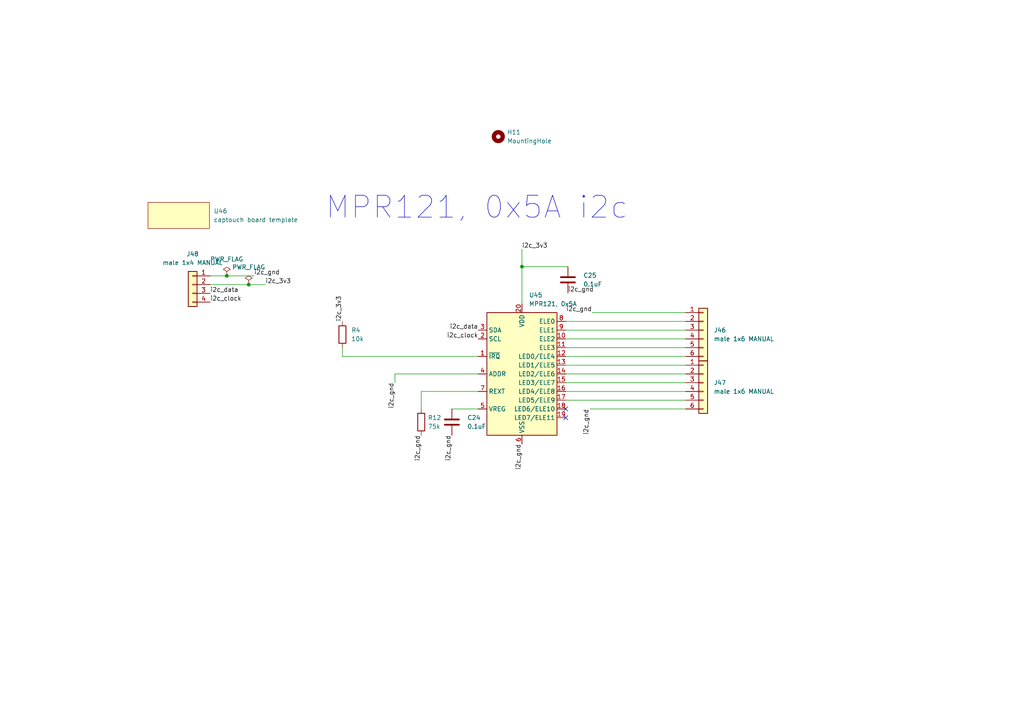
<source format=kicad_sch>
(kicad_sch (version 20211123) (generator eeschema)
  (paper "A4")
  (lib_symbols
    (symbol "Connector_Generic:Conn_01x04" (pin_names (offset 1.016) hide)
      (property "Reference" "J" (at 0 5.08 0))
      (property "Value" "Conn_01x04" (at 0 -7.62 0))
      (symbol "Conn_01x04_1_1"
        (rectangle (start -1.27 -4.953) (end 0 -5.207) (stroke (width 0.1524)))
        (rectangle (start -1.27 -2.413) (end 0 -2.667) (stroke (width 0.1524)))
        (rectangle (start -1.27 0.127) (end 0 -0.127) (stroke (width 0.1524)))
        (rectangle (start -1.27 2.667) (end 0 2.413) (stroke (width 0.1524)))
        (rectangle (start -1.27 3.81) (end 1.27 -6.35) (stroke (width 0.254)) (fill (type background)))
        (pin passive line (at -5.08 2.54 0) (length 3.81) (name "Pin_1") (number "1"))
        (pin passive line (at -5.08 0 0) (length 3.81) (name "Pin_2") (number "2"))
        (pin passive line (at -5.08 -2.54 0) (length 3.81) (name "Pin_3") (number "3"))
        (pin passive line (at -5.08 -5.08 0) (length 3.81) (name "Pin_4") (number "4"))
      )
    )
    (symbol "Connector_Generic:Conn_01x06" (pin_names (offset 1.016) hide)
      (property "Reference" "J" (at 0 7.62 0))
      (property "Value" "Conn_01x06" (at 0 -10.16 0))
      (symbol "Conn_01x06_1_1"
        (rectangle (start -1.27 -7.493) (end 0 -7.747) (stroke (width 0.1524)))
        (rectangle (start -1.27 -4.953) (end 0 -5.207) (stroke (width 0.1524)))
        (rectangle (start -1.27 -2.413) (end 0 -2.667) (stroke (width 0.1524)))
        (rectangle (start -1.27 0.127) (end 0 -0.127) (stroke (width 0.1524)))
        (rectangle (start -1.27 2.667) (end 0 2.413) (stroke (width 0.1524)))
        (rectangle (start -1.27 5.207) (end 0 4.953) (stroke (width 0.1524)))
        (rectangle (start -1.27 6.35) (end 1.27 -8.89) (stroke (width 0.254)) (fill (type background)))
        (pin passive line (at -5.08 5.08 0) (length 3.81) (name "Pin_1") (number "1"))
        (pin passive line (at -5.08 2.54 0) (length 3.81) (name "Pin_2") (number "2"))
        (pin passive line (at -5.08 0 0) (length 3.81) (name "Pin_3") (number "3"))
        (pin passive line (at -5.08 -2.54 0) (length 3.81) (name "Pin_4") (number "4"))
        (pin passive line (at -5.08 -5.08 0) (length 3.81) (name "Pin_5") (number "5"))
        (pin passive line (at -5.08 -7.62 0) (length 3.81) (name "Pin_6") (number "6"))
      )
    )
    (symbol "Device:C" (pin_numbers hide) (pin_names (offset 0.254))
      (property "Reference" "C" (at 0.635 2.54 0))
      (property "Value" "C" (at 0.635 -2.54 0))
      (symbol "C_0_1"
        (polyline (pts (xy -2.032 -0.762) (xy 2.032 -0.762)) (stroke (width 0.508)))
        (polyline (pts (xy -2.032 0.762) (xy 2.032 0.762)) (stroke (width 0.508)))
      )
      (symbol "C_1_1"
        (pin passive line (at 0 3.81 270) (length 2.794) (name "~") (number "1"))
        (pin passive line (at 0 -3.81 90) (length 2.794) (name "~") (number "2"))
      )
    )
    (symbol "Device:R" (pin_numbers hide) (pin_names (offset 0))
      (property "Reference" "R" (at 2.032 0 90))
      (property "Value" "R" (at 0 0 90))
      (symbol "R_0_1"
        (rectangle (start -1.016 -2.54) (end 1.016 2.54) (stroke (width 0.254)))
      )
      (symbol "R_1_1"
        (pin passive line (at 0 3.81 270) (length 1.27) (name "~") (number "1"))
        (pin passive line (at 0 -3.81 90) (length 1.27) (name "~") (number "2"))
      )
    )
    (symbol "Mechanical:MountingHole" (pin_names (offset 1.016))
      (property "Reference" "H" (at 0 5.08 0))
      (property "Value" "MountingHole" (at 0 3.175 0))
      (symbol "MountingHole_0_1"
        (circle (center 0 0) (radius 1.27) (stroke (width 1.27)))
      )
    )
    (symbol "Sensor_Touch:MPR121QR2"
      (property "Reference" "U" (at -10.16 19.05 0))
      (property "Value" "MPR121QR2" (at 6.35 19.05 0))
      (symbol "MPR121QR2_0_1"
        (rectangle (start -10.16 17.78) (end 10.16 -17.78) (stroke (width 0.254)) (fill (type background)))
      )
      (symbol "MPR121QR2_1_1"
        (pin open_collector line (at -12.7 5.08 0) (length 2.54) (name "~{IRQ}") (number "1"))
        (pin passive line (at 12.7 10.16 180) (length 2.54) (name "ELE2") (number "10"))
        (pin passive line (at 12.7 7.62 180) (length 2.54) (name "ELE3") (number "11"))
        (pin passive line (at 12.7 5.08 180) (length 2.54) (name "LED0/ELE4") (number "12"))
        (pin passive line (at 12.7 2.54 180) (length 2.54) (name "LED1/ELE5") (number "13"))
        (pin passive line (at 12.7 0 180) (length 2.54) (name "LED2/ELE6") (number "14"))
        (pin passive line (at 12.7 -2.54 180) (length 2.54) (name "LED3/ELE7") (number "15"))
        (pin passive line (at 12.7 -5.08 180) (length 2.54) (name "LED4/ELE8") (number "16"))
        (pin passive line (at 12.7 -7.62 180) (length 2.54) (name "LED5/ELE9") (number "17"))
        (pin passive line (at 12.7 -10.16 180) (length 2.54) (name "LED6/ELE10") (number "18"))
        (pin passive line (at 12.7 -12.7 180) (length 2.54) (name "LED7/ELE11") (number "19"))
        (pin input line (at -12.7 10.16 0) (length 2.54) (name "SCL") (number "2"))
        (pin power_in line (at 0 20.32 270) (length 2.54) (name "VDD") (number "20"))
        (pin bidirectional line (at -12.7 12.7 0) (length 2.54) (name "SDA") (number "3"))
        (pin input line (at -12.7 0 0) (length 2.54) (name "ADDR") (number "4"))
        (pin passive line (at -12.7 -10.16 0) (length 2.54) (name "VREG") (number "5"))
        (pin power_in line (at 0 -20.32 90) (length 2.54) (name "VSS") (number "6"))
        (pin passive line (at -12.7 -5.08 0) (length 2.54) (name "REXT") (number "7"))
        (pin passive line (at 12.7 15.24 180) (length 2.54) (name "ELE0") (number "8"))
        (pin passive line (at 12.7 12.7 180) (length 2.54) (name "ELE1") (number "9"))
      )
    )
    (symbol "clarinoid2:Placeholder" (in_bom no)
      (property "Reference" "U" (at 0 0 0))
      (property "Value" "Placeholder" (at 0 -1.27 0))
      (symbol "Placeholder_0_1"
        (rectangle (start -8.89 2.54) (end 8.89 -5.08) (fill (type background)))
      )
    )
    (symbol "power:PWR_FLAG" (power) (pin_numbers hide) (pin_names (offset 0) hide)
      (property "Value" "PWR_FLAG" (at 0 3.81 0))
      (symbol "PWR_FLAG_0_0"
        (pin power_out line (at 0 0 90) (length 0) (name "pwr") (number "1"))
      )
      (symbol "PWR_FLAG_0_1"
        (polyline (pts (xy 0 0) (xy 0 1.27) (xy -1.016 1.905) (xy 0 2.54) (xy 1.016 1.905) (xy 0 1.27)))
      )
    )
  )
  (junction (at 151.384 77.343))
  (junction (at 65.786 80.01))
  (junction (at 72.136 82.55))
  (no_connect (at 164.084 118.618))
  (no_connect (at 164.084 121.158))
  (wire (pts (xy 198.882 118.618) (xy 171.069 118.618)))
  (wire (pts (xy 73.66 80.01) (xy 65.786 80.01)))
  (wire (pts (xy 151.384 77.343) (xy 164.719 77.343)))
  (wire (pts (xy 151.384 77.343) (xy 151.384 88.138)))
  (wire (pts (xy 164.084 95.758) (xy 198.882 95.758)))
  (wire (pts (xy 164.084 100.838) (xy 198.882 100.838)))
  (wire (pts (xy 164.084 103.378) (xy 198.882 103.378)))
  (wire (pts (xy 138.684 103.378) (xy 99.314 103.378)))
  (wire (pts (xy 131.064 118.618) (xy 138.684 118.618)))
  (wire (pts (xy 65.786 80.01) (xy 60.96 80.01)))
  (wire (pts (xy 72.136 82.55) (xy 60.96 82.55)))
  (wire (pts (xy 138.684 113.538) (xy 122.174 113.538)))
  (wire (pts (xy 164.084 93.218) (xy 198.882 93.218)))
  (wire (pts (xy 164.084 98.298) (xy 198.882 98.298)))
  (wire (pts (xy 198.882 113.538) (xy 164.084 113.538)))
  (wire (pts (xy 138.684 108.458) (xy 114.554 108.458)))
  (wire (pts (xy 198.882 116.078) (xy 164.084 116.078)))
  (wire (pts (xy 171.704 90.678) (xy 198.882 90.678)))
  (wire (pts (xy 164.084 108.458) (xy 198.882 108.458)))
  (wire (pts (xy 99.314 103.378) (xy 99.314 100.838)))
  (wire (pts (xy 151.384 72.263) (xy 151.384 77.343)))
  (wire (pts (xy 122.174 113.538) (xy 122.174 118.618)))
  (wire (pts (xy 164.084 110.998) (xy 198.882 110.998)))
  (wire (pts (xy 164.084 105.918) (xy 198.882 105.918)))
  (wire (pts (xy 114.554 108.458) (xy 114.554 110.998)))
  (wire (pts (xy 76.962 82.55) (xy 72.136 82.55)))
  (text "MPR121, 0x5A i2c" (at 94.234 64.008 0) (effects (font (size 6.35 6.35)) (justify left bottom)))
  (label "i2c_gnd" (at 122.174 126.238 270))
  (label "i2c_gnd" (at 171.069 118.618 270))
  (label "i2c_3v3" (at 99.314 93.218 90))
  (label "i2c_gnd" (at 73.66 80.01 0))
  (label "i2c_data" (at 138.684 95.758 180))
  (label "i2c_data" (at 60.96 85.09 0))
  (label "i2c_gnd" (at 151.384 128.778 270))
  (label "i2c_3v3" (at 151.384 72.263 0))
  (label "i2c_3v3" (at 76.962 82.55 0))
  (label "i2c_gnd" (at 114.554 110.998 270))
  (label "i2c_gnd" (at 131.064 126.238 270))
  (label "i2c_clock" (at 138.684 98.298 180))
  (label "i2c_gnd" (at 171.704 90.678 180))
  (label "i2c_clock" (at 60.96 87.63 0))
  (label "i2c_gnd" (at 164.719 84.963 0))
  (symbol (lib_id "clarinoid2:Placeholder") (at 51.816 61.214 0) (unit 1) (in_bom no)
    (property "Reference" "U46" (at 61.976 61.2139 0) (effects (justify left)))
    (property "Value" "captouch board template" (at 61.976 63.7539 0) (effects (justify left)))
    (property "Footprint" "clarinoid2:dev board captouch board template" (effects hide))
    (property "verif" "1" (effects hide))
  )
  (symbol (lib_id "Device:C") (at 131.064 122.428 0) (unit 1)
    (property "Reference" "C24" (at 135.509 121.1579 0) (effects (justify left)))
    (property "Value" "0.1uF" (at 135.509 123.6979 0) (effects (justify left)))
    (property "Footprint" "Capacitor_SMD:C_0805_2012Metric" (effects hide))
    (property "LCSC part number" "C49678" (effects hide))
    (property "verif" "1" (effects hide))
    (property "LCSC" "C49678" (effects hide))
  )
  (symbol (lib_id "power:PWR_FLAG") (at 65.786 80.01 0) (unit 1)
    (property "Reference" "#FLG0110" (effects hide))
    (property "Value" "PWR_FLAG" (at 65.786 75.184 0))
  )
  (symbol (lib_id "Device:C") (at 164.719 81.153 0) (unit 1)
    (property "Reference" "C25" (at 169.164 79.8829 0) (effects (justify left)))
    (property "Value" "0.1uF" (at 169.164 82.4229 0) (effects (justify left)))
    (property "Footprint" "Capacitor_SMD:C_0805_2012Metric" (effects hide))
    (property "LCSC part number" "C49678" (effects hide))
    (property "verif" "1" (effects hide))
    (property "LCSC" "C49678" (effects hide))
  )
  (symbol (lib_id "Device:R") (at 122.174 122.428 0) (unit 1)
    (property "Reference" "R12" (at 124.079 121.1579 0) (effects (justify left)))
    (property "Value" "75k" (at 124.079 123.6979 0) (effects (justify left)))
    (property "Footprint" "Resistor_SMD:R_1206_3216Metric" (effects hide))
    (property "LCSC part number" "C17986" (effects hide))
    (property "verif" "1" (effects hide))
    (property "LCSC" "C17986" (effects hide))
  )
  (symbol (lib_id "Connector_Generic:Conn_01x04") (at 55.88 82.55 0) (mirror y) (unit 1) (in_bom no)
    (property "Reference" "J48" (at 55.88 73.66 0))
    (property "Value" "male 1x4 MANUAL" (at 55.88 76.2 0))
    (property "Footprint" "Connector_PinHeader_2.54mm:PinHeader_1x04_P2.54mm_Vertical" (effects hide))
    (property "verif" "1" (effects hide))
  )
  (symbol (lib_id "Connector_Generic:Conn_01x06") (at 203.962 95.758 0) (unit 1) (in_bom no)
    (property "Reference" "J46" (at 207.01 95.7579 0) (effects (justify left)))
    (property "Value" "male 1x6 MANUAL" (at 207.01 98.2979 0) (effects (justify left)))
    (property "Footprint" "Connector_PinHeader_2.54mm:PinHeader_1x06_P2.54mm_Vertical" (effects hide))
    (property "LCSC part number" "C492405" (effects hide))
    (property "verif" "1" (effects hide))
    (property "LCSC" "C492405" (effects hide))
  )
  (symbol (lib_id "power:PWR_FLAG") (at 72.136 82.55 0) (unit 1)
    (property "Reference" "#FLG0109" (effects hide))
    (property "Value" "PWR_FLAG" (at 72.136 77.47 0))
  )
  (symbol (lib_id "Mechanical:MountingHole") (at 144.526 39.624 0) (unit 1)
    (property "Reference" "H11" (at 147.066 38.3539 0) (effects (justify left)))
    (property "Value" "MountingHole" (at 147.066 40.8939 0) (effects (justify left)))
    (property "Footprint" "MountingHole:MountingHole_3.2mm_M3" (effects hide))
    (property "MANUFACTURER" "Wurth" (effects hide))
    (property "verif" "1" (effects hide))
  )
  (symbol (lib_id "Device:R") (at 99.314 97.028 180) (unit 1)
    (property "Reference" "R4" (at 101.854 95.7579 0) (effects (justify right)))
    (property "Value" "10k" (at 101.854 98.2979 0) (effects (justify right)))
    (property "Footprint" "Resistor_SMD:R_1206_3216Metric" (effects hide))
    (property "LCSC part number" "C17902" (effects hide))
    (property "verif" "1" (effects hide))
    (property "LCSC" "C17902" (effects hide))
  )
  (symbol (lib_id "Connector_Generic:Conn_01x06") (at 203.962 110.998 0) (unit 1) (in_bom no)
    (property "Reference" "J47" (at 207.01 110.9979 0) (effects (justify left)))
    (property "Value" "male 1x6 MANUAL" (at 207.01 113.5379 0) (effects (justify left)))
    (property "Footprint" "Connector_PinHeader_2.54mm:PinHeader_1x06_P2.54mm_Vertical" (effects hide))
    (property "LCSC part number" "C492405" (effects hide))
    (property "verif" "1" (effects hide))
    (property "LCSC" "C492405" (effects hide))
  )
  (symbol (lib_id "Sensor_Touch:MPR121QR2") (at 151.384 108.458 0) (unit 1)
    (property "Reference" "U45" (at 153.4034 85.598 0) (effects (justify left)))
    (property "Value" "MPR121, 0x5A" (at 153.4034 88.138 0) (effects (justify left)))
    (property "Footprint" "Package_DFN_QFN:UQFN-20_3x3mm_P0.4mm" (effects hide))
    (property "Datasheet" "https://resurgentsemi.com/wp-content/uploads/2018/09/MPR121_rev5-Resurgent.pdf?d453f8&d453f8" (effects hide))
    (property "LCSC part number" "C91322" (effects hide))
    (property "verif" "1" (effects hide))
    (property "LCSC" "C91322" (effects hide))
  )
)
</source>
